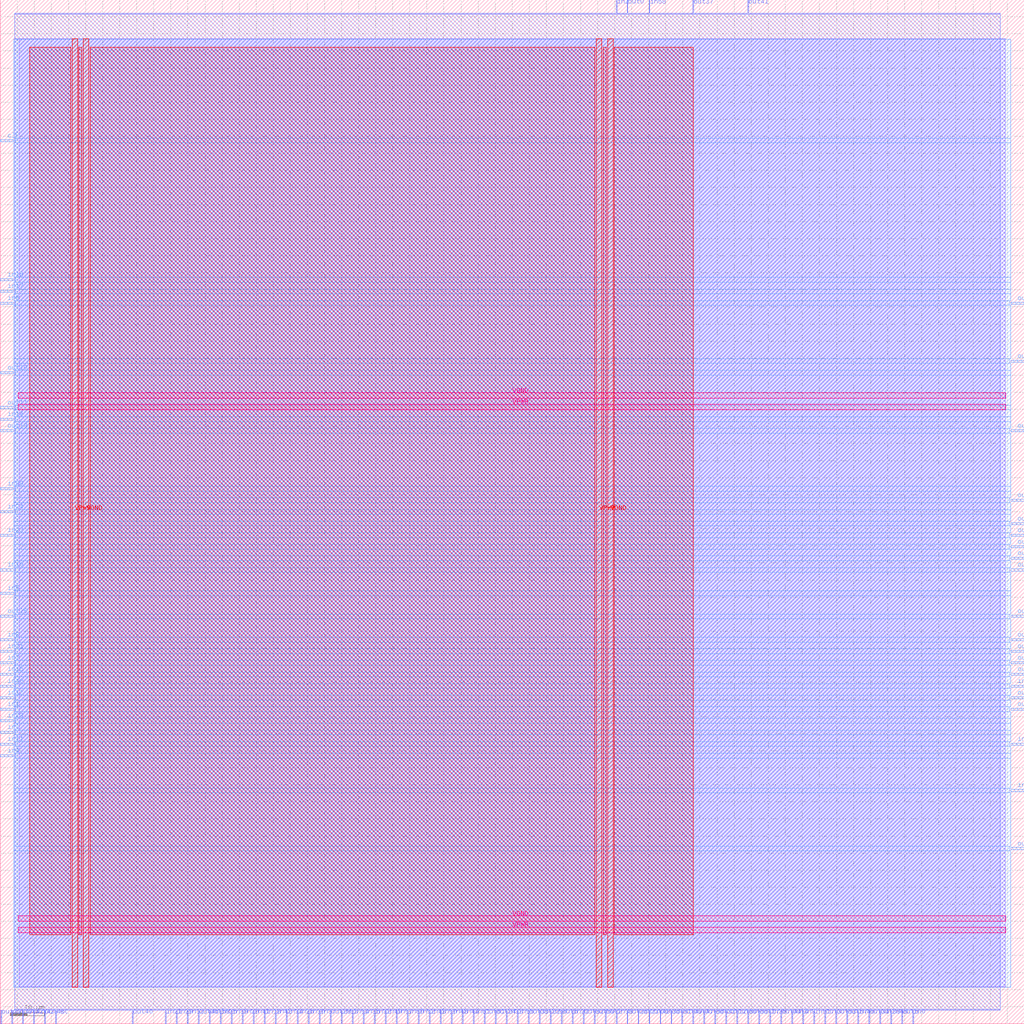
<source format=lef>
VERSION 5.7 ;
  NOWIREEXTENSIONATPIN ON ;
  DIVIDERCHAR "/" ;
  BUSBITCHARS "[]" ;
MACRO netlist_1
  CLASS BLOCK ;
  FOREIGN netlist_1 ;
  ORIGIN 0.000 0.000 ;
  SIZE 300.000 BY 300.000 ;
  PIN VGND
    DIRECTION INOUT ;
    USE GROUND ;
    PORT
      LAYER met4 ;
        RECT 24.340 10.640 25.940 288.560 ;
    END
    PORT
      LAYER met4 ;
        RECT 177.940 10.640 179.540 288.560 ;
    END
    PORT
      LAYER met5 ;
        RECT 5.280 30.030 294.640 31.630 ;
    END
    PORT
      LAYER met5 ;
        RECT 5.280 183.210 294.640 184.810 ;
    END
  END VGND
  PIN VPWR
    DIRECTION INOUT ;
    USE POWER ;
    PORT
      LAYER met4 ;
        RECT 21.040 10.640 22.640 288.560 ;
    END
    PORT
      LAYER met4 ;
        RECT 174.640 10.640 176.240 288.560 ;
    END
    PORT
      LAYER met5 ;
        RECT 5.280 26.730 294.640 28.330 ;
    END
    PORT
      LAYER met5 ;
        RECT 5.280 179.910 294.640 181.510 ;
    END
  END VPWR
  PIN clk
    DIRECTION INPUT ;
    USE SIGNAL ;
    ANTENNAGATEAREA 0.852000 ;
    ANTENNADIFFAREA 0.434700 ;
    PORT
      LAYER met3 ;
        RECT 0.000 258.440 4.000 259.040 ;
    END
  END clk
  PIN in0
    DIRECTION INPUT ;
    USE SIGNAL ;
    ANTENNAGATEAREA 0.213000 ;
    ANTENNADIFFAREA 0.434700 ;
    PORT
      LAYER met2 ;
        RECT 267.350 0.000 267.630 4.000 ;
    END
  END in0
  PIN in1
    DIRECTION INPUT ;
    USE SIGNAL ;
    ANTENNAGATEAREA 0.213000 ;
    ANTENNADIFFAREA 0.434700 ;
    PORT
      LAYER met3 ;
        RECT 0.000 91.840 4.000 92.440 ;
    END
  END in1
  PIN in10
    DIRECTION INPUT ;
    USE SIGNAL ;
    ANTENNAGATEAREA 0.213000 ;
    ANTENNADIFFAREA 0.434700 ;
    PORT
      LAYER met3 ;
        RECT 0.000 132.640 4.000 133.240 ;
    END
  END in10
  PIN in11
    DIRECTION INPUT ;
    USE SIGNAL ;
    ANTENNAGATEAREA 0.196500 ;
    ANTENNADIFFAREA 0.434700 ;
    PORT
      LAYER met3 ;
        RECT 0.000 81.640 4.000 82.240 ;
    END
  END in11
  PIN in12
    DIRECTION INPUT ;
    USE SIGNAL ;
    ANTENNAGATEAREA 0.213000 ;
    ANTENNADIFFAREA 0.434700 ;
    PORT
      LAYER met2 ;
        RECT 54.830 0.000 55.110 4.000 ;
    END
  END in12
  PIN in13
    DIRECTION INPUT ;
    USE SIGNAL ;
    ANTENNAGATEAREA 0.196500 ;
    ANTENNADIFFAREA 0.434700 ;
    PORT
      LAYER met3 ;
        RECT 0.000 95.240 4.000 95.840 ;
    END
  END in13
  PIN in14
    DIRECTION INPUT ;
    USE SIGNAL ;
    ANTENNAGATEAREA 0.247500 ;
    ANTENNADIFFAREA 0.434700 ;
    PORT
      LAYER met3 ;
        RECT 0.000 176.840 4.000 177.440 ;
    END
  END in14
  PIN in15
    DIRECTION INPUT ;
    USE SIGNAL ;
    ANTENNAGATEAREA 0.196500 ;
    ANTENNADIFFAREA 0.434700 ;
    PORT
      LAYER met3 ;
        RECT 0.000 102.040 4.000 102.640 ;
    END
  END in15
  PIN in16
    DIRECTION INPUT ;
    USE SIGNAL ;
    ANTENNAGATEAREA 0.426000 ;
    ANTENNADIFFAREA 0.434700 ;
    PORT
      LAYER met3 ;
        RECT 0.000 217.640 4.000 218.240 ;
    END
  END in16
  PIN in17
    DIRECTION INPUT ;
    USE SIGNAL ;
    ANTENNAGATEAREA 0.213000 ;
    ANTENNADIFFAREA 0.434700 ;
    PORT
      LAYER met3 ;
        RECT 0.000 214.240 4.000 214.840 ;
    END
  END in17
  PIN in18
    DIRECTION INPUT ;
    USE SIGNAL ;
    ANTENNAGATEAREA 0.196500 ;
    ANTENNADIFFAREA 0.434700 ;
    PORT
      LAYER met2 ;
        RECT 77.370 0.000 77.650 4.000 ;
    END
  END in18
  PIN in19
    DIRECTION INPUT ;
    USE SIGNAL ;
    ANTENNAGATEAREA 0.213000 ;
    ANTENNADIFFAREA 0.434700 ;
    PORT
      LAYER met3 ;
        RECT 296.000 81.640 300.000 82.240 ;
    END
  END in19
  PIN in2
    DIRECTION INPUT ;
    USE SIGNAL ;
    ANTENNAGATEAREA 0.159000 ;
    ANTENNADIFFAREA 0.434700 ;
    PORT
      LAYER met2 ;
        RECT 180.410 296.000 180.690 300.000 ;
    END
  END in2
  PIN in20
    DIRECTION INPUT ;
    USE SIGNAL ;
    ANTENNAGATEAREA 1.186500 ;
    ANTENNADIFFAREA 0.434700 ;
    PORT
      LAYER met2 ;
        RECT 70.930 0.000 71.210 4.000 ;
    END
  END in20
  PIN in21
    DIRECTION INPUT ;
    USE SIGNAL ;
    ANTENNAGATEAREA 0.213000 ;
    ANTENNADIFFAREA 0.434700 ;
    PORT
      LAYER met2 ;
        RECT 48.390 0.000 48.670 4.000 ;
    END
  END in21
  PIN in22
    DIRECTION INPUT ;
    USE SIGNAL ;
    ANTENNAGATEAREA 0.196500 ;
    ANTENNADIFFAREA 0.434700 ;
    PORT
      LAYER met2 ;
        RECT 167.530 0.000 167.810 4.000 ;
    END
  END in22
  PIN in23
    DIRECTION INPUT ;
    USE SIGNAL ;
    ANTENNAGATEAREA 0.213000 ;
    ANTENNADIFFAREA 0.434700 ;
    PORT
      LAYER met3 ;
        RECT 0.000 142.840 4.000 143.440 ;
    END
  END in23
  PIN in24
    DIRECTION INPUT ;
    USE SIGNAL ;
    ANTENNAGATEAREA 0.213000 ;
    ANTENNADIFFAREA 0.434700 ;
    PORT
      LAYER met3 ;
        RECT 0.000 149.640 4.000 150.240 ;
    END
  END in24
  PIN in25
    DIRECTION INPUT ;
    USE SIGNAL ;
    ANTENNAGATEAREA 0.159000 ;
    ANTENNADIFFAREA 0.434700 ;
    PORT
      LAYER met2 ;
        RECT 64.490 0.000 64.770 4.000 ;
    END
  END in25
  PIN in26
    DIRECTION INPUT ;
    USE SIGNAL ;
    ANTENNAGATEAREA 0.213000 ;
    ANTENNADIFFAREA 0.434700 ;
    PORT
      LAYER met2 ;
        RECT 87.030 0.000 87.310 4.000 ;
    END
  END in26
  PIN in27
    DIRECTION INPUT ;
    USE SIGNAL ;
    ANTENNAGATEAREA 0.247500 ;
    ANTENNADIFFAREA 0.434700 ;
    PORT
      LAYER met3 ;
        RECT 296.000 68.040 300.000 68.640 ;
    END
  END in27
  PIN in28
    DIRECTION INPUT ;
    USE SIGNAL ;
    ANTENNAGATEAREA 0.126000 ;
    ANTENNADIFFAREA 0.434700 ;
    PORT
      LAYER met3 ;
        RECT 0.000 88.440 4.000 89.040 ;
    END
  END in28
  PIN in29
    DIRECTION INPUT ;
    USE SIGNAL ;
    ANTENNAGATEAREA 0.247500 ;
    ANTENNADIFFAREA 0.434700 ;
    PORT
      LAYER met2 ;
        RECT 51.610 0.000 51.890 4.000 ;
    END
  END in29
  PIN in3
    DIRECTION INPUT ;
    USE SIGNAL ;
    ANTENNAGATEAREA 0.196500 ;
    ANTENNADIFFAREA 0.434700 ;
    PORT
      LAYER met3 ;
        RECT 0.000 85.040 4.000 85.640 ;
    END
  END in3
  PIN in30
    DIRECTION INPUT ;
    USE SIGNAL ;
    ANTENNAGATEAREA 0.196500 ;
    ANTENNADIFFAREA 0.434700 ;
    PORT
      LAYER met2 ;
        RECT 90.250 0.000 90.530 4.000 ;
    END
  END in30
  PIN in31
    DIRECTION INPUT ;
    USE SIGNAL ;
    ANTENNAGATEAREA 0.213000 ;
    ANTENNADIFFAREA 0.434700 ;
    PORT
      LAYER met3 ;
        RECT 0.000 108.840 4.000 109.440 ;
    END
  END in31
  PIN in32
    DIRECTION INPUT ;
    USE SIGNAL ;
    ANTENNAGATEAREA 0.196500 ;
    ANTENNADIFFAREA 0.434700 ;
    PORT
      LAYER met2 ;
        RECT 109.570 0.000 109.850 4.000 ;
    END
  END in32
  PIN in33
    DIRECTION INPUT ;
    USE SIGNAL ;
    ANTENNAGATEAREA 0.196500 ;
    ANTENNADIFFAREA 0.434700 ;
    PORT
      LAYER met2 ;
        RECT 148.210 0.000 148.490 4.000 ;
    END
  END in33
  PIN in34
    DIRECTION INPUT ;
    USE SIGNAL ;
    ANTENNAGATEAREA 0.213000 ;
    ANTENNADIFFAREA 0.434700 ;
    PORT
      LAYER met2 ;
        RECT 83.810 0.000 84.090 4.000 ;
    END
  END in34
  PIN in35
    DIRECTION INPUT ;
    USE SIGNAL ;
    ANTENNAGATEAREA 0.196500 ;
    ANTENNADIFFAREA 0.434700 ;
    PORT
      LAYER met2 ;
        RECT 106.350 0.000 106.630 4.000 ;
    END
  END in35
  PIN in36
    DIRECTION INPUT ;
    USE SIGNAL ;
    ANTENNAGATEAREA 0.213000 ;
    ANTENNADIFFAREA 0.434700 ;
    PORT
      LAYER met2 ;
        RECT 225.490 0.000 225.770 4.000 ;
    END
  END in36
  PIN in37
    DIRECTION INPUT ;
    USE SIGNAL ;
    ANTENNAGATEAREA 0.196500 ;
    ANTENNADIFFAREA 0.434700 ;
    PORT
      LAYER met2 ;
        RECT 93.470 0.000 93.750 4.000 ;
    END
  END in37
  PIN in38
    DIRECTION INPUT ;
    USE SIGNAL ;
    ANTENNAGATEAREA 0.213000 ;
    ANTENNADIFFAREA 0.434700 ;
    PORT
      LAYER met2 ;
        RECT 180.410 0.000 180.690 4.000 ;
    END
  END in38
  PIN in39
    DIRECTION INPUT ;
    USE SIGNAL ;
    ANTENNAGATEAREA 0.247500 ;
    ANTENNADIFFAREA 0.434700 ;
    PORT
      LAYER met2 ;
        RECT 67.710 0.000 67.990 4.000 ;
    END
  END in39
  PIN in4
    DIRECTION INPUT ;
    USE SIGNAL ;
    ANTENNAGATEAREA 0.159000 ;
    ANTENNADIFFAREA 0.434700 ;
    PORT
      LAYER met3 ;
        RECT 0.000 78.240 4.000 78.840 ;
    END
  END in4
  PIN in40
    DIRECTION INPUT ;
    USE SIGNAL ;
    ANTENNAGATEAREA 0.196500 ;
    ANTENNADIFFAREA 0.434700 ;
    PORT
      LAYER met3 ;
        RECT 0.000 98.640 4.000 99.240 ;
    END
  END in40
  PIN in41
    DIRECTION INPUT ;
    USE SIGNAL ;
    ANTENNAGATEAREA 0.196500 ;
    ANTENNADIFFAREA 0.434700 ;
    PORT
      LAYER met2 ;
        RECT 74.150 0.000 74.430 4.000 ;
    END
  END in41
  PIN in42
    DIRECTION INPUT ;
    USE SIGNAL ;
    ANTENNAGATEAREA 0.196500 ;
    ANTENNADIFFAREA 0.434700 ;
    PORT
      LAYER met2 ;
        RECT 80.590 0.000 80.870 4.000 ;
    END
  END in42
  PIN in43
    DIRECTION INPUT ;
    USE SIGNAL ;
    ANTENNAGATEAREA 0.159000 ;
    ANTENNADIFFAREA 0.434700 ;
    PORT
      LAYER met2 ;
        RECT 125.670 0.000 125.950 4.000 ;
    END
  END in43
  PIN in44
    DIRECTION INPUT ;
    USE SIGNAL ;
    ANTENNAGATEAREA 0.213000 ;
    ANTENNADIFFAREA 0.434700 ;
    PORT
      LAYER met2 ;
        RECT 135.330 0.000 135.610 4.000 ;
    END
  END in44
  PIN in45
    DIRECTION INPUT ;
    USE SIGNAL ;
    ANTENNAGATEAREA 0.213000 ;
    ANTENNADIFFAREA 0.434700 ;
    PORT
      LAYER met2 ;
        RECT 251.250 0.000 251.530 4.000 ;
    END
  END in45
  PIN in46
    DIRECTION INPUT ;
    USE SIGNAL ;
    ANTENNAGATEAREA 0.196500 ;
    ANTENNADIFFAREA 0.434700 ;
    PORT
      LAYER met2 ;
        RECT 260.910 0.000 261.190 4.000 ;
    END
  END in46
  PIN in47
    DIRECTION INPUT ;
    USE SIGNAL ;
    ANTENNAGATEAREA 0.126000 ;
    ANTENNADIFFAREA 0.434700 ;
    PORT
      LAYER met3 ;
        RECT 296.000 98.640 300.000 99.240 ;
    END
  END in47
  PIN in48
    DIRECTION INPUT ;
    USE SIGNAL ;
    ANTENNAGATEAREA 0.247500 ;
    ANTENNADIFFAREA 0.434700 ;
    PORT
      LAYER met2 ;
        RECT 132.110 0.000 132.390 4.000 ;
    END
  END in48
  PIN in49
    DIRECTION INPUT ;
    USE SIGNAL ;
    ANTENNAGATEAREA 0.213000 ;
    ANTENNADIFFAREA 0.434700 ;
    PORT
      LAYER met2 ;
        RECT 112.790 0.000 113.070 4.000 ;
    END
  END in49
  PIN in5
    DIRECTION INPUT ;
    USE SIGNAL ;
    ANTENNAGATEAREA 0.213000 ;
    ANTENNADIFFAREA 0.434700 ;
    PORT
      LAYER met3 ;
        RECT 0.000 125.840 4.000 126.440 ;
    END
  END in5
  PIN in50
    DIRECTION INPUT ;
    USE SIGNAL ;
    ANTENNAGATEAREA 0.196500 ;
    ANTENNADIFFAREA 0.434700 ;
    PORT
      LAYER met2 ;
        RECT 128.890 0.000 129.170 4.000 ;
    END
  END in50
  PIN in51
    DIRECTION INPUT ;
    USE SIGNAL ;
    ANTENNAGATEAREA 0.196500 ;
    ANTENNADIFFAREA 0.434700 ;
    PORT
      LAYER met2 ;
        RECT 238.370 0.000 238.650 4.000 ;
    END
  END in51
  PIN in52
    DIRECTION INPUT ;
    USE SIGNAL ;
    ANTENNAGATEAREA 0.196500 ;
    ANTENNADIFFAREA 0.434700 ;
    PORT
      LAYER met2 ;
        RECT 122.450 0.000 122.730 4.000 ;
    END
  END in52
  PIN in53
    DIRECTION INPUT ;
    USE SIGNAL ;
    ANTENNAGATEAREA 0.213000 ;
    ANTENNADIFFAREA 0.434700 ;
    PORT
      LAYER met2 ;
        RECT 99.910 0.000 100.190 4.000 ;
    END
  END in53
  PIN in54
    DIRECTION INPUT ;
    USE SIGNAL ;
    ANTENNAGATEAREA 0.126000 ;
    ANTENNADIFFAREA 0.434700 ;
    PORT
      LAYER met2 ;
        RECT 103.130 0.000 103.410 4.000 ;
    END
  END in54
  PIN in55
    DIRECTION INPUT ;
    USE SIGNAL ;
    ANTENNAGATEAREA 0.196500 ;
    ANTENNADIFFAREA 0.434700 ;
    PORT
      LAYER met2 ;
        RECT 151.430 0.000 151.710 4.000 ;
    END
  END in55
  PIN in56
    DIRECTION INPUT ;
    USE SIGNAL ;
    ANTENNAGATEAREA 0.196500 ;
    ANTENNADIFFAREA 0.434700 ;
    PORT
      LAYER met2 ;
        RECT 161.090 0.000 161.370 4.000 ;
    END
  END in56
  PIN in57
    DIRECTION INPUT ;
    USE SIGNAL ;
    ANTENNAGATEAREA 0.196500 ;
    ANTENNADIFFAREA 0.434700 ;
    PORT
      LAYER met2 ;
        RECT 116.010 0.000 116.290 4.000 ;
    END
  END in57
  PIN in58
    DIRECTION INPUT ;
    USE SIGNAL ;
    ANTENNAGATEAREA 0.426000 ;
    ANTENNADIFFAREA 0.434700 ;
    PORT
      LAYER met2 ;
        RECT 190.070 296.000 190.350 300.000 ;
    END
  END in58
  PIN in59
    DIRECTION INPUT ;
    USE SIGNAL ;
    ANTENNAGATEAREA 0.159000 ;
    ANTENNADIFFAREA 0.434700 ;
    PORT
      LAYER met3 ;
        RECT 0.000 156.440 4.000 157.040 ;
    END
  END in59
  PIN in6
    DIRECTION INPUT ;
    USE SIGNAL ;
    ANTENNAGATEAREA 0.426000 ;
    ANTENNADIFFAREA 0.434700 ;
    PORT
      LAYER met3 ;
        RECT 0.000 210.840 4.000 211.440 ;
    END
  END in6
  PIN in60
    DIRECTION INPUT ;
    USE SIGNAL ;
    ANTENNAGATEAREA 0.196500 ;
    ANTENNADIFFAREA 0.434700 ;
    PORT
      LAYER met2 ;
        RECT 119.230 0.000 119.510 4.000 ;
    END
  END in60
  PIN in61
    DIRECTION INPUT ;
    USE SIGNAL ;
    ANTENNAGATEAREA 0.196500 ;
    ANTENNADIFFAREA 0.434700 ;
    PORT
      LAYER met2 ;
        RECT 138.550 0.000 138.830 4.000 ;
    END
  END in61
  PIN in7
    DIRECTION INPUT ;
    USE SIGNAL ;
    ANTENNAGATEAREA 0.196500 ;
    ANTENNADIFFAREA 0.434700 ;
    PORT
      LAYER met3 ;
        RECT 0.000 105.440 4.000 106.040 ;
    END
  END in7
  PIN in8
    DIRECTION INPUT ;
    USE SIGNAL ;
    ANTENNAGATEAREA 0.213000 ;
    ANTENNADIFFAREA 0.434700 ;
    PORT
      LAYER met3 ;
        RECT 0.000 112.240 4.000 112.840 ;
    END
  END in8
  PIN in9
    DIRECTION INPUT ;
    USE SIGNAL ;
    ANTENNAGATEAREA 0.196500 ;
    ANTENNADIFFAREA 0.434700 ;
    PORT
      LAYER met2 ;
        RECT 235.150 0.000 235.430 4.000 ;
    END
  END in9
  PIN out0
    DIRECTION OUTPUT ;
    USE SIGNAL ;
    ANTENNADIFFAREA 0.795200 ;
    PORT
      LAYER met2 ;
        RECT 183.630 296.000 183.910 300.000 ;
    END
  END out0
  PIN out1
    DIRECTION OUTPUT ;
    USE SIGNAL ;
    ANTENNADIFFAREA 0.445500 ;
    PORT
      LAYER met3 ;
        RECT 296.000 173.440 300.000 174.040 ;
    END
  END out1
  PIN out10
    DIRECTION OUTPUT ;
    USE SIGNAL ;
    ANTENNADIFFAREA 0.445500 ;
    PORT
      LAYER met3 ;
        RECT 0.000 190.440 4.000 191.040 ;
    END
  END out10
  PIN out11
    DIRECTION OUTPUT ;
    USE SIGNAL ;
    ANTENNADIFFAREA 0.445500 ;
    PORT
      LAYER met3 ;
        RECT 0.000 180.240 4.000 180.840 ;
    END
  END out11
  PIN out12
    DIRECTION OUTPUT ;
    USE SIGNAL ;
    ANTENNADIFFAREA 0.445500 ;
    PORT
      LAYER met2 ;
        RECT 212.610 0.000 212.890 4.000 ;
    END
  END out12
  PIN out13
    DIRECTION OUTPUT ;
    USE SIGNAL ;
    ANTENNADIFFAREA 0.445500 ;
    PORT
      LAYER met3 ;
        RECT 296.000 108.840 300.000 109.440 ;
    END
  END out13
  PIN out14
    DIRECTION OUTPUT ;
    USE SIGNAL ;
    ANTENNADIFFAREA 0.445500 ;
    PORT
      LAYER met3 ;
        RECT 296.000 112.240 300.000 112.840 ;
    END
  END out14
  PIN out15
    DIRECTION OUTPUT ;
    USE SIGNAL ;
    ANTENNADIFFAREA 0.340600 ;
    PORT
      LAYER met3 ;
        RECT 296.000 193.840 300.000 194.440 ;
    END
  END out15
  PIN out16
    DIRECTION OUTPUT ;
    USE SIGNAL ;
    ANTENNADIFFAREA 0.445500 ;
    PORT
      LAYER met3 ;
        RECT 296.000 51.040 300.000 51.640 ;
    END
  END out16
  PIN out17
    DIRECTION OUTPUT ;
    USE SIGNAL ;
    ANTENNADIFFAREA 0.445500 ;
    PORT
      LAYER met2 ;
        RECT 222.270 0.000 222.550 4.000 ;
    END
  END out17
  PIN out18
    DIRECTION OUTPUT ;
    USE SIGNAL ;
    ANTENNADIFFAREA 0.445500 ;
    PORT
      LAYER met3 ;
        RECT 296.000 210.840 300.000 211.440 ;
    END
  END out18
  PIN out19
    DIRECTION OUTPUT ;
    USE SIGNAL ;
    ANTENNADIFFAREA 0.445500 ;
    PORT
      LAYER met3 ;
        RECT 0.000 173.440 4.000 174.040 ;
    END
  END out19
  PIN out2
    DIRECTION OUTPUT ;
    USE SIGNAL ;
    ANTENNADIFFAREA 0.445500 ;
    PORT
      LAYER met2 ;
        RECT 177.190 0.000 177.470 4.000 ;
    END
  END out2
  PIN out20
    DIRECTION OUTPUT ;
    USE SIGNAL ;
    ANTENNADIFFAREA 0.445500 ;
    PORT
      LAYER met3 ;
        RECT 296.000 142.840 300.000 143.440 ;
    END
  END out20
  PIN out21
    DIRECTION OUTPUT ;
    USE SIGNAL ;
    ANTENNADIFFAREA 0.445500 ;
    PORT
      LAYER met3 ;
        RECT 296.000 153.040 300.000 153.640 ;
    END
  END out21
  PIN out22
    DIRECTION OUTPUT ;
    USE SIGNAL ;
    ANTENNADIFFAREA 0.445500 ;
    PORT
      LAYER met2 ;
        RECT 157.870 0.000 158.150 4.000 ;
    END
  END out22
  PIN out23
    DIRECTION OUTPUT ;
    USE SIGNAL ;
    ANTENNADIFFAREA 0.445500 ;
    PORT
      LAYER met2 ;
        RECT 186.850 0.000 187.130 4.000 ;
    END
  END out23
  PIN out24
    DIRECTION OUTPUT ;
    USE SIGNAL ;
    ANTENNADIFFAREA 0.445500 ;
    PORT
      LAYER met2 ;
        RECT 144.990 0.000 145.270 4.000 ;
    END
  END out24
  PIN out25
    DIRECTION OUTPUT ;
    USE SIGNAL ;
    ANTENNADIFFAREA 0.445500 ;
    PORT
      LAYER met3 ;
        RECT 0.000 119.040 4.000 119.640 ;
    END
  END out25
  PIN out26
    DIRECTION OUTPUT ;
    USE SIGNAL ;
    ANTENNADIFFAREA 0.445500 ;
    PORT
      LAYER met2 ;
        RECT 183.630 0.000 183.910 4.000 ;
    END
  END out26
  PIN out27
    DIRECTION OUTPUT ;
    USE SIGNAL ;
    ANTENNADIFFAREA 0.445500 ;
    PORT
      LAYER met3 ;
        RECT 296.000 132.640 300.000 133.240 ;
    END
  END out27
  PIN out28
    DIRECTION OUTPUT ;
    USE SIGNAL ;
    ANTENNADIFFAREA 0.445500 ;
    PORT
      LAYER met2 ;
        RECT 96.690 0.000 96.970 4.000 ;
    END
  END out28
  PIN out29
    DIRECTION OUTPUT ;
    USE SIGNAL ;
    PORT
      LAYER met2 ;
        RECT 0.090 0.000 0.370 4.000 ;
    END
  END out29
  PIN out3
    DIRECTION OUTPUT ;
    USE SIGNAL ;
    ANTENNADIFFAREA 0.445500 ;
    PORT
      LAYER met2 ;
        RECT 241.590 0.000 241.870 4.000 ;
    END
  END out3
  PIN out30
    DIRECTION OUTPUT ;
    USE SIGNAL ;
    ANTENNADIFFAREA 0.445500 ;
    PORT
      LAYER met3 ;
        RECT 296.000 91.840 300.000 92.440 ;
    END
  END out30
  PIN out31
    DIRECTION OUTPUT ;
    USE SIGNAL ;
    ANTENNADIFFAREA 0.340600 ;
    PORT
      LAYER met3 ;
        RECT 296.000 146.240 300.000 146.840 ;
    END
  END out31
  PIN out32
    DIRECTION OUTPUT ;
    USE SIGNAL ;
    ANTENNADIFFAREA 0.445500 ;
    PORT
      LAYER met3 ;
        RECT 296.000 136.040 300.000 136.640 ;
    END
  END out32
  PIN out33
    DIRECTION OUTPUT ;
    USE SIGNAL ;
    ANTENNADIFFAREA 0.445500 ;
    PORT
      LAYER met2 ;
        RECT 209.390 0.000 209.670 4.000 ;
    END
  END out33
  PIN out34
    DIRECTION OUTPUT ;
    USE SIGNAL ;
    ANTENNADIFFAREA 0.340600 ;
    PORT
      LAYER met2 ;
        RECT 254.470 0.000 254.750 4.000 ;
    END
  END out34
  PIN out35
    DIRECTION OUTPUT ;
    USE SIGNAL ;
    ANTENNADIFFAREA 0.445500 ;
    PORT
      LAYER met2 ;
        RECT 154.650 0.000 154.930 4.000 ;
    END
  END out35
  PIN out36
    DIRECTION OUTPUT ;
    USE SIGNAL ;
    ANTENNADIFFAREA 0.340600 ;
    PORT
      LAYER met2 ;
        RECT 193.290 0.000 193.570 4.000 ;
    END
  END out36
  PIN out37
    DIRECTION OUTPUT ;
    USE SIGNAL ;
    ANTENNADIFFAREA 0.795200 ;
    PORT
      LAYER met2 ;
        RECT 202.950 296.000 203.230 300.000 ;
    END
  END out37
  PIN out38
    DIRECTION OUTPUT ;
    USE SIGNAL ;
    ANTENNADIFFAREA 0.445500 ;
    PORT
      LAYER met2 ;
        RECT 257.690 0.000 257.970 4.000 ;
    END
  END out38
  PIN out39
    DIRECTION OUTPUT ;
    USE SIGNAL ;
    PORT
      LAYER met2 ;
        RECT 3.310 0.000 3.590 4.000 ;
    END
  END out39
  PIN out4
    DIRECTION OUTPUT ;
    USE SIGNAL ;
    ANTENNADIFFAREA 0.445500 ;
    PORT
      LAYER met2 ;
        RECT 231.930 0.000 232.210 4.000 ;
    END
  END out4
  PIN out40
    DIRECTION OUTPUT ;
    USE SIGNAL ;
    ANTENNADIFFAREA 0.445500 ;
    PORT
      LAYER met2 ;
        RECT 38.730 0.000 39.010 4.000 ;
    END
  END out40
  PIN out41
    DIRECTION OUTPUT ;
    USE SIGNAL ;
    ANTENNADIFFAREA 0.795200 ;
    PORT
      LAYER met2 ;
        RECT 219.050 296.000 219.330 300.000 ;
    END
  END out41
  PIN out42
    DIRECTION OUTPUT ;
    USE SIGNAL ;
    PORT
      LAYER met2 ;
        RECT 6.530 0.000 6.810 4.000 ;
    END
  END out42
  PIN out43
    DIRECTION OUTPUT ;
    USE SIGNAL ;
    PORT
      LAYER met2 ;
        RECT 9.750 0.000 10.030 4.000 ;
    END
  END out43
  PIN out44
    DIRECTION OUTPUT ;
    USE SIGNAL ;
    ANTENNADIFFAREA 0.445500 ;
    PORT
      LAYER met2 ;
        RECT 228.710 0.000 228.990 4.000 ;
    END
  END out44
  PIN out45
    DIRECTION OUTPUT ;
    USE SIGNAL ;
    PORT
      LAYER met2 ;
        RECT 12.970 0.000 13.250 4.000 ;
    END
  END out45
  PIN out46
    DIRECTION OUTPUT ;
    USE SIGNAL ;
    ANTENNADIFFAREA 0.445500 ;
    PORT
      LAYER met2 ;
        RECT 58.050 0.000 58.330 4.000 ;
    END
  END out46
  PIN out47
    DIRECTION OUTPUT ;
    USE SIGNAL ;
    ANTENNADIFFAREA 0.445500 ;
    PORT
      LAYER met2 ;
        RECT 202.950 0.000 203.230 4.000 ;
    END
  END out47
  PIN out48
    DIRECTION OUTPUT ;
    USE SIGNAL ;
    ANTENNADIFFAREA 0.445500 ;
    PORT
      LAYER met2 ;
        RECT 190.070 0.000 190.350 4.000 ;
    END
  END out48
  PIN out49
    DIRECTION OUTPUT ;
    USE SIGNAL ;
    ANTENNADIFFAREA 0.445500 ;
    PORT
      LAYER met2 ;
        RECT 199.730 0.000 200.010 4.000 ;
    END
  END out49
  PIN out5
    DIRECTION OUTPUT ;
    USE SIGNAL ;
    ANTENNADIFFAREA 0.445500 ;
    PORT
      LAYER met2 ;
        RECT 264.130 0.000 264.410 4.000 ;
    END
  END out5
  PIN out50
    DIRECTION OUTPUT ;
    USE SIGNAL ;
    ANTENNADIFFAREA 0.445500 ;
    PORT
      LAYER met3 ;
        RECT 296.000 102.040 300.000 102.640 ;
    END
  END out50
  PIN out51
    DIRECTION OUTPUT ;
    USE SIGNAL ;
    ANTENNADIFFAREA 0.445500 ;
    PORT
      LAYER met2 ;
        RECT 196.510 0.000 196.790 4.000 ;
    END
  END out51
  PIN out52
    DIRECTION OUTPUT ;
    USE SIGNAL ;
    ANTENNADIFFAREA 0.445500 ;
    PORT
      LAYER met2 ;
        RECT 170.750 0.000 171.030 4.000 ;
    END
  END out52
  PIN out53
    DIRECTION OUTPUT ;
    USE SIGNAL ;
    ANTENNADIFFAREA 0.445500 ;
    PORT
      LAYER met2 ;
        RECT 244.810 0.000 245.090 4.000 ;
    END
  END out53
  PIN out54
    DIRECTION OUTPUT ;
    USE SIGNAL ;
    ANTENNADIFFAREA 0.340600 ;
    PORT
      LAYER met3 ;
        RECT 296.000 105.440 300.000 106.040 ;
    END
  END out54
  PIN out55
    DIRECTION OUTPUT ;
    USE SIGNAL ;
    ANTENNADIFFAREA 0.445500 ;
    PORT
      LAYER met2 ;
        RECT 219.050 0.000 219.330 4.000 ;
    END
  END out55
  PIN out56
    DIRECTION OUTPUT ;
    USE SIGNAL ;
    ANTENNADIFFAREA 0.445500 ;
    PORT
      LAYER met2 ;
        RECT 206.170 0.000 206.450 4.000 ;
    END
  END out56
  PIN out57
    DIRECTION OUTPUT ;
    USE SIGNAL ;
    ANTENNADIFFAREA 0.445500 ;
    PORT
      LAYER met2 ;
        RECT 248.030 0.000 248.310 4.000 ;
    END
  END out57
  PIN out58
    DIRECTION OUTPUT ;
    USE SIGNAL ;
    ANTENNADIFFAREA 0.445500 ;
    PORT
      LAYER met2 ;
        RECT 61.270 0.000 61.550 4.000 ;
    END
  END out58
  PIN out59
    DIRECTION OUTPUT ;
    USE SIGNAL ;
    ANTENNADIFFAREA 0.445500 ;
    PORT
      LAYER met2 ;
        RECT 173.970 0.000 174.250 4.000 ;
    END
  END out59
  PIN out6
    DIRECTION OUTPUT ;
    USE SIGNAL ;
    ANTENNADIFFAREA 0.340600 ;
    PORT
      LAYER met2 ;
        RECT 164.310 0.000 164.590 4.000 ;
    END
  END out6
  PIN out60
    DIRECTION OUTPUT ;
    USE SIGNAL ;
    ANTENNADIFFAREA 0.445500 ;
    PORT
      LAYER met2 ;
        RECT 215.830 0.000 216.110 4.000 ;
    END
  END out60
  PIN out61
    DIRECTION OUTPUT ;
    USE SIGNAL ;
    ANTENNADIFFAREA 0.445500 ;
    PORT
      LAYER met2 ;
        RECT 141.770 0.000 142.050 4.000 ;
    END
  END out61
  PIN out7
    DIRECTION OUTPUT ;
    USE SIGNAL ;
    ANTENNADIFFAREA 0.445500 ;
    PORT
      LAYER met3 ;
        RECT 296.000 139.440 300.000 140.040 ;
    END
  END out7
  PIN out8
    DIRECTION OUTPUT ;
    USE SIGNAL ;
    ANTENNADIFFAREA 0.445500 ;
    PORT
      LAYER met3 ;
        RECT 296.000 119.040 300.000 119.640 ;
    END
  END out8
  PIN out9
    DIRECTION OUTPUT ;
    USE SIGNAL ;
    ANTENNADIFFAREA 0.445500 ;
    PORT
      LAYER met3 ;
        RECT 296.000 95.240 300.000 95.840 ;
    END
  END out9
  PIN rst
    DIRECTION INPUT ;
    USE SIGNAL ;
    PORT
      LAYER met2 ;
        RECT 16.190 0.000 16.470 4.000 ;
    END
  END rst
  OBS
      LAYER li1 ;
        RECT 5.520 10.795 294.400 288.405 ;
      LAYER met1 ;
        RECT 4.210 10.640 294.400 288.560 ;
      LAYER met2 ;
        RECT 4.230 295.720 180.130 296.000 ;
        RECT 180.970 295.720 183.350 296.000 ;
        RECT 184.190 295.720 189.790 296.000 ;
        RECT 190.630 295.720 202.670 296.000 ;
        RECT 203.510 295.720 218.770 296.000 ;
        RECT 219.610 295.720 292.930 296.000 ;
        RECT 4.230 4.280 292.930 295.720 ;
        RECT 4.230 4.000 6.250 4.280 ;
        RECT 7.090 4.000 9.470 4.280 ;
        RECT 10.310 4.000 12.690 4.280 ;
        RECT 13.530 4.000 15.910 4.280 ;
        RECT 16.750 4.000 38.450 4.280 ;
        RECT 39.290 4.000 48.110 4.280 ;
        RECT 48.950 4.000 51.330 4.280 ;
        RECT 52.170 4.000 54.550 4.280 ;
        RECT 55.390 4.000 57.770 4.280 ;
        RECT 58.610 4.000 60.990 4.280 ;
        RECT 61.830 4.000 64.210 4.280 ;
        RECT 65.050 4.000 67.430 4.280 ;
        RECT 68.270 4.000 70.650 4.280 ;
        RECT 71.490 4.000 73.870 4.280 ;
        RECT 74.710 4.000 77.090 4.280 ;
        RECT 77.930 4.000 80.310 4.280 ;
        RECT 81.150 4.000 83.530 4.280 ;
        RECT 84.370 4.000 86.750 4.280 ;
        RECT 87.590 4.000 89.970 4.280 ;
        RECT 90.810 4.000 93.190 4.280 ;
        RECT 94.030 4.000 96.410 4.280 ;
        RECT 97.250 4.000 99.630 4.280 ;
        RECT 100.470 4.000 102.850 4.280 ;
        RECT 103.690 4.000 106.070 4.280 ;
        RECT 106.910 4.000 109.290 4.280 ;
        RECT 110.130 4.000 112.510 4.280 ;
        RECT 113.350 4.000 115.730 4.280 ;
        RECT 116.570 4.000 118.950 4.280 ;
        RECT 119.790 4.000 122.170 4.280 ;
        RECT 123.010 4.000 125.390 4.280 ;
        RECT 126.230 4.000 128.610 4.280 ;
        RECT 129.450 4.000 131.830 4.280 ;
        RECT 132.670 4.000 135.050 4.280 ;
        RECT 135.890 4.000 138.270 4.280 ;
        RECT 139.110 4.000 141.490 4.280 ;
        RECT 142.330 4.000 144.710 4.280 ;
        RECT 145.550 4.000 147.930 4.280 ;
        RECT 148.770 4.000 151.150 4.280 ;
        RECT 151.990 4.000 154.370 4.280 ;
        RECT 155.210 4.000 157.590 4.280 ;
        RECT 158.430 4.000 160.810 4.280 ;
        RECT 161.650 4.000 164.030 4.280 ;
        RECT 164.870 4.000 167.250 4.280 ;
        RECT 168.090 4.000 170.470 4.280 ;
        RECT 171.310 4.000 173.690 4.280 ;
        RECT 174.530 4.000 176.910 4.280 ;
        RECT 177.750 4.000 180.130 4.280 ;
        RECT 180.970 4.000 183.350 4.280 ;
        RECT 184.190 4.000 186.570 4.280 ;
        RECT 187.410 4.000 189.790 4.280 ;
        RECT 190.630 4.000 193.010 4.280 ;
        RECT 193.850 4.000 196.230 4.280 ;
        RECT 197.070 4.000 199.450 4.280 ;
        RECT 200.290 4.000 202.670 4.280 ;
        RECT 203.510 4.000 205.890 4.280 ;
        RECT 206.730 4.000 209.110 4.280 ;
        RECT 209.950 4.000 212.330 4.280 ;
        RECT 213.170 4.000 215.550 4.280 ;
        RECT 216.390 4.000 218.770 4.280 ;
        RECT 219.610 4.000 221.990 4.280 ;
        RECT 222.830 4.000 225.210 4.280 ;
        RECT 226.050 4.000 228.430 4.280 ;
        RECT 229.270 4.000 231.650 4.280 ;
        RECT 232.490 4.000 234.870 4.280 ;
        RECT 235.710 4.000 238.090 4.280 ;
        RECT 238.930 4.000 241.310 4.280 ;
        RECT 242.150 4.000 244.530 4.280 ;
        RECT 245.370 4.000 247.750 4.280 ;
        RECT 248.590 4.000 250.970 4.280 ;
        RECT 251.810 4.000 254.190 4.280 ;
        RECT 255.030 4.000 257.410 4.280 ;
        RECT 258.250 4.000 260.630 4.280 ;
        RECT 261.470 4.000 263.850 4.280 ;
        RECT 264.690 4.000 267.070 4.280 ;
        RECT 267.910 4.000 292.930 4.280 ;
      LAYER met3 ;
        RECT 3.990 259.440 296.000 288.485 ;
        RECT 4.400 258.040 296.000 259.440 ;
        RECT 3.990 218.640 296.000 258.040 ;
        RECT 4.400 217.240 296.000 218.640 ;
        RECT 3.990 215.240 296.000 217.240 ;
        RECT 4.400 213.840 296.000 215.240 ;
        RECT 3.990 211.840 296.000 213.840 ;
        RECT 4.400 210.440 295.600 211.840 ;
        RECT 3.990 194.840 296.000 210.440 ;
        RECT 3.990 193.440 295.600 194.840 ;
        RECT 3.990 191.440 296.000 193.440 ;
        RECT 4.400 190.040 296.000 191.440 ;
        RECT 3.990 181.240 296.000 190.040 ;
        RECT 4.400 179.840 296.000 181.240 ;
        RECT 3.990 177.840 296.000 179.840 ;
        RECT 4.400 176.440 296.000 177.840 ;
        RECT 3.990 174.440 296.000 176.440 ;
        RECT 4.400 173.040 295.600 174.440 ;
        RECT 3.990 157.440 296.000 173.040 ;
        RECT 4.400 156.040 296.000 157.440 ;
        RECT 3.990 154.040 296.000 156.040 ;
        RECT 3.990 152.640 295.600 154.040 ;
        RECT 3.990 150.640 296.000 152.640 ;
        RECT 4.400 149.240 296.000 150.640 ;
        RECT 3.990 147.240 296.000 149.240 ;
        RECT 3.990 145.840 295.600 147.240 ;
        RECT 3.990 143.840 296.000 145.840 ;
        RECT 4.400 142.440 295.600 143.840 ;
        RECT 3.990 140.440 296.000 142.440 ;
        RECT 3.990 139.040 295.600 140.440 ;
        RECT 3.990 137.040 296.000 139.040 ;
        RECT 3.990 135.640 295.600 137.040 ;
        RECT 3.990 133.640 296.000 135.640 ;
        RECT 4.400 132.240 295.600 133.640 ;
        RECT 3.990 126.840 296.000 132.240 ;
        RECT 4.400 125.440 296.000 126.840 ;
        RECT 3.990 120.040 296.000 125.440 ;
        RECT 4.400 118.640 295.600 120.040 ;
        RECT 3.990 113.240 296.000 118.640 ;
        RECT 4.400 111.840 295.600 113.240 ;
        RECT 3.990 109.840 296.000 111.840 ;
        RECT 4.400 108.440 295.600 109.840 ;
        RECT 3.990 106.440 296.000 108.440 ;
        RECT 4.400 105.040 295.600 106.440 ;
        RECT 3.990 103.040 296.000 105.040 ;
        RECT 4.400 101.640 295.600 103.040 ;
        RECT 3.990 99.640 296.000 101.640 ;
        RECT 4.400 98.240 295.600 99.640 ;
        RECT 3.990 96.240 296.000 98.240 ;
        RECT 4.400 94.840 295.600 96.240 ;
        RECT 3.990 92.840 296.000 94.840 ;
        RECT 4.400 91.440 295.600 92.840 ;
        RECT 3.990 89.440 296.000 91.440 ;
        RECT 4.400 88.040 296.000 89.440 ;
        RECT 3.990 86.040 296.000 88.040 ;
        RECT 4.400 84.640 296.000 86.040 ;
        RECT 3.990 82.640 296.000 84.640 ;
        RECT 4.400 81.240 295.600 82.640 ;
        RECT 3.990 79.240 296.000 81.240 ;
        RECT 4.400 77.840 296.000 79.240 ;
        RECT 3.990 69.040 296.000 77.840 ;
        RECT 3.990 67.640 295.600 69.040 ;
        RECT 3.990 52.040 296.000 67.640 ;
        RECT 3.990 50.640 295.600 52.040 ;
        RECT 3.990 10.715 296.000 50.640 ;
      LAYER met4 ;
        RECT 8.575 26.015 20.640 286.105 ;
        RECT 23.040 26.015 23.940 286.105 ;
        RECT 26.340 26.015 174.240 286.105 ;
        RECT 176.640 26.015 177.540 286.105 ;
        RECT 179.940 26.015 203.025 286.105 ;
  END
END netlist_1
END LIBRARY


</source>
